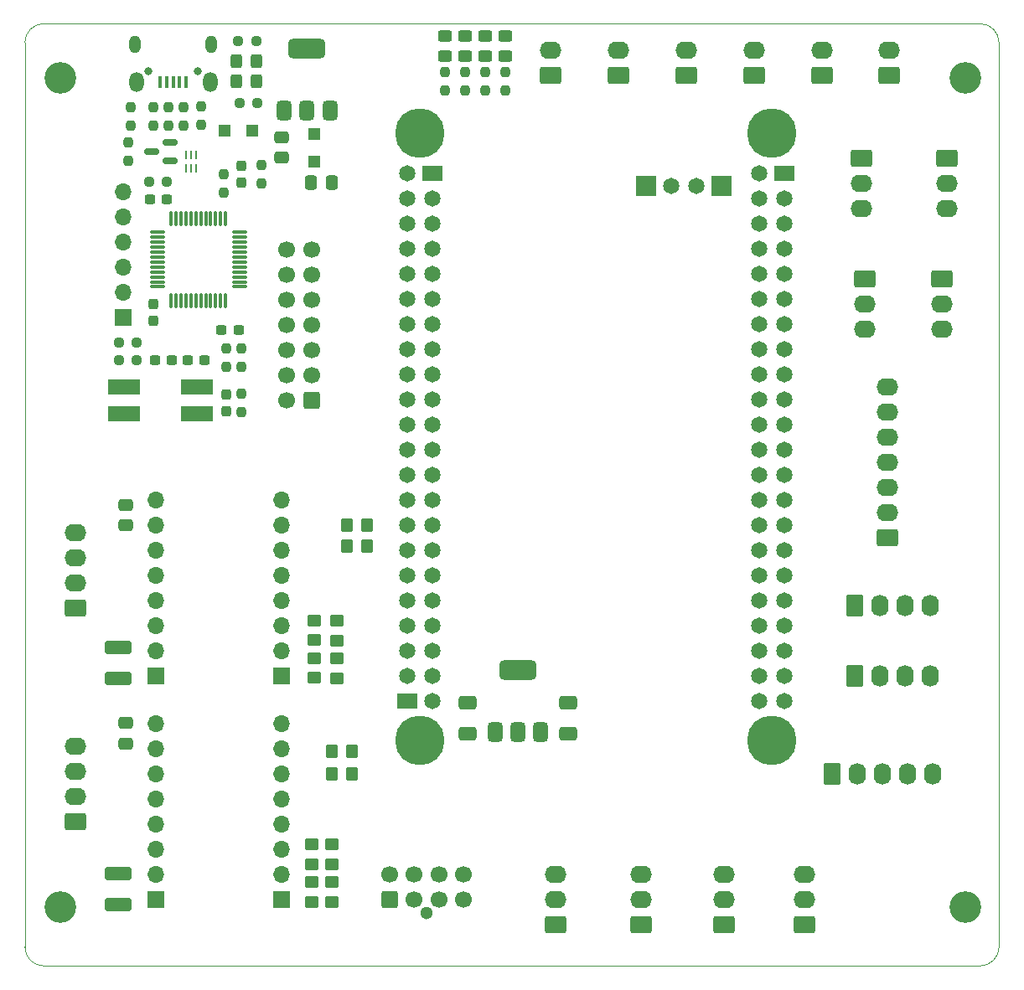
<source format=gbr>
%TF.GenerationSoftware,KiCad,Pcbnew,9.0.0*%
%TF.CreationDate,2025-05-01T09:51:47+02:00*%
%TF.ProjectId,Interco_weactH7,496e7465-7263-46f5-9f77-656163744837,rev?*%
%TF.SameCoordinates,Original*%
%TF.FileFunction,Soldermask,Top*%
%TF.FilePolarity,Negative*%
%FSLAX46Y46*%
G04 Gerber Fmt 4.6, Leading zero omitted, Abs format (unit mm)*
G04 Created by KiCad (PCBNEW 9.0.0) date 2025-05-01 09:51:47*
%MOMM*%
%LPD*%
G01*
G04 APERTURE LIST*
G04 Aperture macros list*
%AMRoundRect*
0 Rectangle with rounded corners*
0 $1 Rounding radius*
0 $2 $3 $4 $5 $6 $7 $8 $9 X,Y pos of 4 corners*
0 Add a 4 corners polygon primitive as box body*
4,1,4,$2,$3,$4,$5,$6,$7,$8,$9,$2,$3,0*
0 Add four circle primitives for the rounded corners*
1,1,$1+$1,$2,$3*
1,1,$1+$1,$4,$5*
1,1,$1+$1,$6,$7*
1,1,$1+$1,$8,$9*
0 Add four rect primitives between the rounded corners*
20,1,$1+$1,$2,$3,$4,$5,0*
20,1,$1+$1,$4,$5,$6,$7,0*
20,1,$1+$1,$6,$7,$8,$9,0*
20,1,$1+$1,$8,$9,$2,$3,0*%
G04 Aperture macros list end*
%ADD10RoundRect,0.250000X0.845000X-0.620000X0.845000X0.620000X-0.845000X0.620000X-0.845000X-0.620000X0*%
%ADD11O,2.190000X1.740000*%
%ADD12RoundRect,0.237500X-0.250000X-0.237500X0.250000X-0.237500X0.250000X0.237500X-0.250000X0.237500X0*%
%ADD13RoundRect,0.237500X0.250000X0.237500X-0.250000X0.237500X-0.250000X-0.237500X0.250000X-0.237500X0*%
%ADD14R,3.300000X1.540000*%
%ADD15RoundRect,0.250000X-0.620000X-0.845000X0.620000X-0.845000X0.620000X0.845000X-0.620000X0.845000X0*%
%ADD16O,1.740000X2.190000*%
%ADD17RoundRect,0.250000X0.450000X-0.350000X0.450000X0.350000X-0.450000X0.350000X-0.450000X-0.350000X0*%
%ADD18RoundRect,0.250000X0.475000X-0.337500X0.475000X0.337500X-0.475000X0.337500X-0.475000X-0.337500X0*%
%ADD19RoundRect,0.237500X0.237500X-0.250000X0.237500X0.250000X-0.237500X0.250000X-0.237500X-0.250000X0*%
%ADD20RoundRect,0.075000X0.075000X-0.662500X0.075000X0.662500X-0.075000X0.662500X-0.075000X-0.662500X0*%
%ADD21RoundRect,0.075000X0.662500X-0.075000X0.662500X0.075000X-0.662500X0.075000X-0.662500X-0.075000X0*%
%ADD22C,3.200000*%
%ADD23RoundRect,0.250000X0.350000X0.450000X-0.350000X0.450000X-0.350000X-0.450000X0.350000X-0.450000X0*%
%ADD24RoundRect,0.375000X0.375000X-0.625000X0.375000X0.625000X-0.375000X0.625000X-0.375000X-0.625000X0*%
%ADD25RoundRect,0.500000X1.400000X-0.500000X1.400000X0.500000X-1.400000X0.500000X-1.400000X-0.500000X0*%
%ADD26C,5.000000*%
%ADD27R,2.000000X2.000000*%
%ADD28C,1.650000*%
%ADD29R,2.000000X1.600000*%
%ADD30RoundRect,0.237500X-0.237500X0.300000X-0.237500X-0.300000X0.237500X-0.300000X0.237500X0.300000X0*%
%ADD31RoundRect,0.250000X-0.450000X0.325000X-0.450000X-0.325000X0.450000X-0.325000X0.450000X0.325000X0*%
%ADD32O,0.800000X0.800000*%
%ADD33R,0.450000X1.300000*%
%ADD34O,1.150000X1.800000*%
%ADD35O,1.450000X2.000000*%
%ADD36RoundRect,0.237500X-0.237500X0.250000X-0.237500X-0.250000X0.237500X-0.250000X0.237500X0.250000X0*%
%ADD37R,1.700000X1.700000*%
%ADD38O,1.700000X1.700000*%
%ADD39RoundRect,0.237500X0.237500X-0.300000X0.237500X0.300000X-0.237500X0.300000X-0.237500X-0.300000X0*%
%ADD40RoundRect,0.250000X-0.325000X-0.450000X0.325000X-0.450000X0.325000X0.450000X-0.325000X0.450000X0*%
%ADD41RoundRect,0.250000X1.100000X-0.412500X1.100000X0.412500X-1.100000X0.412500X-1.100000X-0.412500X0*%
%ADD42RoundRect,0.250000X0.650000X-0.412500X0.650000X0.412500X-0.650000X0.412500X-0.650000X-0.412500X0*%
%ADD43RoundRect,0.062500X0.062500X-0.350000X0.062500X0.350000X-0.062500X0.350000X-0.062500X-0.350000X0*%
%ADD44R,1.200000X1.200000*%
%ADD45RoundRect,0.250000X-0.845000X0.620000X-0.845000X-0.620000X0.845000X-0.620000X0.845000X0.620000X0*%
%ADD46RoundRect,0.250000X0.325000X0.450000X-0.325000X0.450000X-0.325000X-0.450000X0.325000X-0.450000X0*%
%ADD47C,1.300000*%
%ADD48RoundRect,0.250000X0.600000X-0.600000X0.600000X0.600000X-0.600000X0.600000X-0.600000X-0.600000X0*%
%ADD49C,1.700000*%
%ADD50RoundRect,0.237500X0.300000X0.237500X-0.300000X0.237500X-0.300000X-0.237500X0.300000X-0.237500X0*%
%ADD51RoundRect,0.250000X0.600000X0.600000X-0.600000X0.600000X-0.600000X-0.600000X0.600000X-0.600000X0*%
%ADD52RoundRect,0.237500X-0.300000X-0.237500X0.300000X-0.237500X0.300000X0.237500X-0.300000X0.237500X0*%
%ADD53RoundRect,0.250000X0.337500X0.475000X-0.337500X0.475000X-0.337500X-0.475000X0.337500X-0.475000X0*%
%ADD54RoundRect,0.150000X0.587500X0.150000X-0.587500X0.150000X-0.587500X-0.150000X0.587500X-0.150000X0*%
%ADD55RoundRect,0.250000X-0.475000X0.337500X-0.475000X-0.337500X0.475000X-0.337500X0.475000X0.337500X0*%
%TA.AperFunction,Profile*%
%ADD56C,0.100000*%
%TD*%
G04 APERTURE END LIST*
D10*
%TO.C,J112*%
X101112000Y-43942000D03*
D11*
X101112000Y-41402000D03*
%TD*%
D12*
%TO.C,R307*%
X46839500Y-54711161D03*
X48664500Y-54711161D03*
%TD*%
D13*
%TO.C,R316*%
X57808500Y-46736000D03*
X55983500Y-46736000D03*
%TD*%
D14*
%TO.C,Y301*%
X51706000Y-75489161D03*
X44306000Y-75489161D03*
X44306000Y-78129161D03*
X51706000Y-78129161D03*
%TD*%
D10*
%TO.C,J104*%
X87884000Y-129794000D03*
D11*
X87884000Y-127254000D03*
X87884000Y-124714000D03*
%TD*%
D15*
%TO.C,J109*%
X115824000Y-114554000D03*
D16*
X118364000Y-114554000D03*
X120904000Y-114554000D03*
X123444000Y-114554000D03*
X125984000Y-114554000D03*
%TD*%
D17*
%TO.C,R408*%
X65278000Y-127492000D03*
X65278000Y-125492000D03*
%TD*%
D18*
%TO.C,C404*%
X44450000Y-89451000D03*
X44450000Y-87376000D03*
%TD*%
D19*
%TO.C,R301*%
X47244000Y-49019661D03*
X47244000Y-47194661D03*
%TD*%
D20*
%TO.C,U303*%
X49066000Y-66747661D03*
X49566000Y-66747661D03*
X50066000Y-66747661D03*
X50566000Y-66747661D03*
X51066000Y-66747661D03*
X51566000Y-66747661D03*
X52066000Y-66747661D03*
X52566000Y-66747661D03*
X53066000Y-66747661D03*
X53566000Y-66747661D03*
X54066000Y-66747661D03*
X54566000Y-66747661D03*
D21*
X55978500Y-65335161D03*
X55978500Y-64835161D03*
X55978500Y-64335161D03*
X55978500Y-63835161D03*
X55978500Y-63335161D03*
X55978500Y-62835161D03*
X55978500Y-62335161D03*
X55978500Y-61835161D03*
X55978500Y-61335161D03*
X55978500Y-60835161D03*
X55978500Y-60335161D03*
X55978500Y-59835161D03*
D20*
X54566000Y-58422661D03*
X54066000Y-58422661D03*
X53566000Y-58422661D03*
X53066000Y-58422661D03*
X52566000Y-58422661D03*
X52066000Y-58422661D03*
X51566000Y-58422661D03*
X51066000Y-58422661D03*
X50566000Y-58422661D03*
X50066000Y-58422661D03*
X49566000Y-58422661D03*
X49066000Y-58422661D03*
D21*
X47653500Y-59835161D03*
X47653500Y-60335161D03*
X47653500Y-60835161D03*
X47653500Y-61335161D03*
X47653500Y-61835161D03*
X47653500Y-62335161D03*
X47653500Y-62835161D03*
X47653500Y-63335161D03*
X47653500Y-63835161D03*
X47653500Y-64335161D03*
X47653500Y-64835161D03*
X47653500Y-65335161D03*
%TD*%
D13*
%TO.C,R315*%
X45616500Y-70967161D03*
X43791500Y-70967161D03*
%TD*%
D22*
%TO.C,H101*%
X129286000Y-128016000D03*
%TD*%
D23*
%TO.C,R202*%
X68818000Y-89408000D03*
X66818000Y-89408000D03*
%TD*%
D24*
%TO.C,U302*%
X60503000Y-47522161D03*
X62803000Y-47522161D03*
D25*
X62803000Y-41222161D03*
D24*
X65103000Y-47522161D03*
%TD*%
D19*
%TO.C,R208*%
X80792649Y-45475463D03*
X80792649Y-43650463D03*
%TD*%
D26*
%TO.C,U201*%
X74168000Y-49828000D03*
X74168000Y-111208000D03*
X109728000Y-49828000D03*
X109728000Y-111208000D03*
D27*
X104648000Y-55118000D03*
D28*
X102108000Y-55118000D03*
X99568000Y-55118000D03*
D27*
X97028000Y-55118000D03*
D29*
X110998000Y-53848000D03*
D28*
X108458000Y-53848000D03*
X110998000Y-56388000D03*
X108458000Y-56388000D03*
X110998000Y-58928000D03*
X108458000Y-58928000D03*
X110998000Y-61468000D03*
X108458000Y-61468000D03*
X110998000Y-64008000D03*
X108458000Y-64008000D03*
X110998000Y-66548000D03*
X108458000Y-66548000D03*
X110998000Y-69088000D03*
X108458000Y-69088000D03*
X110998000Y-71628000D03*
X108458000Y-71628000D03*
X110998000Y-74168000D03*
X108458000Y-74168000D03*
X110998000Y-76708000D03*
X108458000Y-76708000D03*
X110998000Y-79248000D03*
X108458000Y-79248000D03*
X110998000Y-81788000D03*
X108458000Y-81788000D03*
X110998000Y-84328000D03*
X108458000Y-84328000D03*
X110998000Y-86868000D03*
X108458000Y-86868000D03*
X110998000Y-89408000D03*
X108458000Y-89408000D03*
X110998000Y-91948000D03*
X108458000Y-91948000D03*
X110998000Y-94488000D03*
X108458000Y-94488000D03*
X110998000Y-97028000D03*
X108458000Y-97028000D03*
X110998000Y-99568000D03*
X108458000Y-99568000D03*
X110998000Y-102108000D03*
X108458000Y-102108000D03*
X110998000Y-104648000D03*
X108458000Y-104648000D03*
X110998000Y-107188000D03*
X108458000Y-107188000D03*
D29*
X75438000Y-53848000D03*
D28*
X72898000Y-53848000D03*
X75438000Y-56388000D03*
X72898000Y-56388000D03*
X75438000Y-58928000D03*
X72898000Y-58928000D03*
X75438000Y-61468000D03*
X72898000Y-61468000D03*
X75438000Y-64008000D03*
X72898000Y-64008000D03*
X75438000Y-66548000D03*
X72898000Y-66548000D03*
X75438000Y-69088000D03*
X72898000Y-69088000D03*
X75438000Y-71628000D03*
X72898000Y-71628000D03*
X75438000Y-74168000D03*
X72898000Y-74168000D03*
X75438000Y-76708000D03*
X72898000Y-76708000D03*
X75438000Y-79248000D03*
X72898000Y-79248000D03*
X75438000Y-81788000D03*
X72898000Y-81788000D03*
X75438000Y-84328000D03*
X72898000Y-84328000D03*
X75438000Y-86868000D03*
X72898000Y-86868000D03*
X75438000Y-89408000D03*
X72898000Y-89408000D03*
X75438000Y-91948000D03*
X72898000Y-91948000D03*
X75438000Y-94488000D03*
X72898000Y-94488000D03*
X75438000Y-97028000D03*
X72898000Y-97028000D03*
X75438000Y-99568000D03*
X72898000Y-99568000D03*
X75438000Y-102108000D03*
X72898000Y-102108000D03*
X75438000Y-104648000D03*
X72898000Y-104648000D03*
X75438000Y-107188000D03*
D29*
X72898000Y-107188000D03*
%TD*%
D22*
%TO.C,H104*%
X37846000Y-128016000D03*
%TD*%
D10*
%TO.C,J115*%
X114808000Y-43942000D03*
D11*
X114808000Y-41402000D03*
%TD*%
D30*
%TO.C,C304*%
X47244000Y-67056661D03*
X47244000Y-68781661D03*
%TD*%
D31*
%TO.C,D203*%
X82804000Y-39988785D03*
X82804000Y-42038785D03*
%TD*%
D32*
%TO.C,J301*%
X51776000Y-43566161D03*
X46776000Y-43566161D03*
D33*
X50576000Y-44666161D03*
X49926000Y-44666161D03*
X49276000Y-44666161D03*
X48626000Y-44666161D03*
X47976000Y-44666161D03*
D34*
X53151000Y-40816161D03*
D35*
X53001000Y-44616161D03*
X45551000Y-44616161D03*
D34*
X45401000Y-40816161D03*
%TD*%
D31*
%TO.C,D201*%
X78740000Y-39988785D03*
X78740000Y-42038785D03*
%TD*%
D36*
%TO.C,R310*%
X54610000Y-71578661D03*
X54610000Y-73403661D03*
%TD*%
D37*
%TO.C,U401*%
X60198000Y-104633000D03*
D38*
X60198000Y-102093000D03*
X60198000Y-99553000D03*
X60198000Y-97013000D03*
X60198000Y-94473000D03*
X60198000Y-91933000D03*
X60198000Y-89393000D03*
X60198000Y-86853000D03*
X47498000Y-86853000D03*
X47498000Y-89393000D03*
X47498000Y-91933000D03*
X47498000Y-94473000D03*
X47498000Y-97013000D03*
X47498000Y-99553000D03*
X47498000Y-102093000D03*
D37*
X47498000Y-104633000D03*
%TD*%
D15*
%TO.C,J107*%
X118110000Y-104648000D03*
D16*
X120650000Y-104648000D03*
X123190000Y-104648000D03*
X125730000Y-104648000D03*
%TD*%
D39*
%TO.C,C306*%
X56134000Y-54811661D03*
X56134000Y-53086661D03*
%TD*%
D22*
%TO.C,H103*%
X37846000Y-44196000D03*
%TD*%
D40*
%TO.C,D305*%
X55617000Y-44551161D03*
X57667000Y-44551161D03*
%TD*%
D18*
%TO.C,C402*%
X44450000Y-111506000D03*
X44450000Y-109431000D03*
%TD*%
D31*
%TO.C,D204*%
X80792649Y-39988785D03*
X80792649Y-42038785D03*
%TD*%
D37*
%TO.C,J302*%
X44196000Y-68427161D03*
D38*
X44196000Y-65887161D03*
X44196000Y-63347161D03*
X44196000Y-60807161D03*
X44196000Y-58267161D03*
X44196000Y-55727161D03*
%TD*%
D41*
%TO.C,C403*%
X43688000Y-104940500D03*
X43688000Y-101815500D03*
%TD*%
D10*
%TO.C,J101*%
X113030000Y-129794000D03*
D11*
X113030000Y-127254000D03*
X113030000Y-124714000D03*
%TD*%
D13*
%TO.C,R314*%
X45616500Y-72745161D03*
X43791500Y-72745161D03*
%TD*%
D19*
%TO.C,R306*%
X44958000Y-49019661D03*
X44958000Y-47194661D03*
%TD*%
D42*
%TO.C,C101*%
X89154000Y-110528500D03*
X89154000Y-107403500D03*
%TD*%
D43*
%TO.C,U301*%
X50554000Y-53366661D03*
X51054000Y-53366661D03*
X51554000Y-53366661D03*
X51554000Y-51991661D03*
X51054000Y-51991661D03*
X50554000Y-51991661D03*
%TD*%
D36*
%TO.C,R308*%
X56134000Y-71578661D03*
X56134000Y-73403661D03*
%TD*%
%TO.C,R305*%
X52070000Y-47093500D03*
X52070000Y-48918500D03*
%TD*%
D17*
%TO.C,R402*%
X63500000Y-104870000D03*
X63500000Y-102870000D03*
%TD*%
D23*
%TO.C,R204*%
X67294000Y-112268000D03*
X65294000Y-112268000D03*
%TD*%
D44*
%TO.C,D302*%
X57280000Y-49530000D03*
X54480000Y-49530000D03*
%TD*%
D36*
%TO.C,R303*%
X50292000Y-47194661D03*
X50292000Y-49019661D03*
%TD*%
D45*
%TO.C,J111*%
X119126000Y-64516000D03*
D11*
X119126000Y-67056000D03*
X119126000Y-69596000D03*
%TD*%
D24*
%TO.C,U101*%
X81774000Y-110338000D03*
X84074000Y-110338000D03*
D25*
X84074000Y-104038000D03*
D24*
X86374000Y-110338000D03*
%TD*%
D22*
%TO.C,H102*%
X129286000Y-44196000D03*
%TD*%
D46*
%TO.C,D306*%
X57667000Y-42519161D03*
X55617000Y-42519161D03*
%TD*%
D23*
%TO.C,R203*%
X67294000Y-114554000D03*
X65294000Y-114554000D03*
%TD*%
D47*
%TO.C,J105*%
X74870000Y-128594000D03*
D48*
X71120000Y-127254000D03*
D49*
X73620000Y-127254000D03*
X76120000Y-127254000D03*
X78620000Y-127254000D03*
X71120000Y-124754000D03*
X73620000Y-124754000D03*
X76120000Y-124754000D03*
X78620000Y-124754000D03*
%TD*%
D50*
%TO.C,C307*%
X48614500Y-56489161D03*
X46889500Y-56489161D03*
%TD*%
D17*
%TO.C,R406*%
X65786000Y-104886000D03*
X65786000Y-102886000D03*
%TD*%
D10*
%TO.C,J120*%
X121646000Y-43942000D03*
D11*
X121646000Y-41402000D03*
%TD*%
D17*
%TO.C,R401*%
X63500000Y-101060000D03*
X63500000Y-99060000D03*
%TD*%
D50*
%TO.C,C303*%
X55880000Y-69697161D03*
X54155000Y-69697161D03*
%TD*%
D51*
%TO.C,J117*%
X63246000Y-76809161D03*
D49*
X60706000Y-76809161D03*
X63246000Y-74269161D03*
X60706000Y-74269161D03*
X63246000Y-71729161D03*
X60706000Y-71729161D03*
X63246000Y-69189161D03*
X60706000Y-69189161D03*
X63246000Y-66649161D03*
X60706000Y-66649161D03*
X63246000Y-64109161D03*
X60706000Y-64109161D03*
X63246000Y-61569161D03*
X60706000Y-61569161D03*
%TD*%
D19*
%TO.C,R313*%
X44704000Y-52575661D03*
X44704000Y-50750661D03*
%TD*%
%TO.C,R205*%
X78740000Y-45475463D03*
X78740000Y-43650463D03*
%TD*%
D50*
%TO.C,C309*%
X49122500Y-72745161D03*
X47397500Y-72745161D03*
%TD*%
D36*
%TO.C,R302*%
X48768000Y-47194661D03*
X48768000Y-49019661D03*
%TD*%
D52*
%TO.C,C308*%
X50699500Y-72745161D03*
X52424500Y-72745161D03*
%TD*%
D10*
%TO.C,J116*%
X87376000Y-43942000D03*
D11*
X87376000Y-41402000D03*
%TD*%
D45*
%TO.C,J110*%
X126976000Y-64516000D03*
D11*
X126976000Y-67056000D03*
X126976000Y-69596000D03*
%TD*%
D45*
%TO.C,J118*%
X118831365Y-52356297D03*
D11*
X118831365Y-54896297D03*
X118831365Y-57436297D03*
%TD*%
D15*
%TO.C,J108*%
X118110000Y-97536000D03*
D16*
X120650000Y-97536000D03*
X123190000Y-97536000D03*
X125730000Y-97536000D03*
%TD*%
D10*
%TO.C,J401*%
X39370000Y-97790000D03*
D11*
X39370000Y-95250000D03*
X39370000Y-92710000D03*
X39370000Y-90170000D03*
%TD*%
D23*
%TO.C,R201*%
X68818000Y-91506000D03*
X66818000Y-91506000D03*
%TD*%
D17*
%TO.C,R405*%
X65786000Y-101076000D03*
X65786000Y-99076000D03*
%TD*%
D10*
%TO.C,J103*%
X96520000Y-129794000D03*
D11*
X96520000Y-127254000D03*
X96520000Y-124714000D03*
%TD*%
D10*
%TO.C,J106*%
X121412000Y-90678000D03*
D11*
X121412000Y-88138000D03*
X121412000Y-85598000D03*
X121412000Y-83058000D03*
X121412000Y-80518000D03*
X121412000Y-77978000D03*
X121412000Y-75438000D03*
%TD*%
D36*
%TO.C,R309*%
X56134000Y-76150661D03*
X56134000Y-77975661D03*
%TD*%
D17*
%TO.C,R404*%
X63246000Y-127492000D03*
X63246000Y-125492000D03*
%TD*%
%TO.C,R403*%
X63246000Y-123682000D03*
X63246000Y-121682000D03*
%TD*%
D13*
%TO.C,R317*%
X57658000Y-40487161D03*
X55833000Y-40487161D03*
%TD*%
D45*
%TO.C,J119*%
X127467365Y-52356297D03*
D11*
X127467365Y-54896297D03*
X127467365Y-57436297D03*
%TD*%
D53*
%TO.C,C301*%
X65299500Y-54786161D03*
X63224500Y-54786161D03*
%TD*%
D10*
%TO.C,J102*%
X104902000Y-129794000D03*
D11*
X104902000Y-127254000D03*
X104902000Y-124714000D03*
%TD*%
D41*
%TO.C,C401*%
X43688000Y-127800500D03*
X43688000Y-124675500D03*
%TD*%
D39*
%TO.C,C305*%
X54610000Y-77925661D03*
X54610000Y-76200661D03*
%TD*%
D19*
%TO.C,R207*%
X82804000Y-45475463D03*
X82804000Y-43650463D03*
%TD*%
D42*
%TO.C,C108*%
X78994000Y-110528500D03*
X78994000Y-107403500D03*
%TD*%
D10*
%TO.C,J121*%
X107950000Y-43942000D03*
D11*
X107950000Y-41402000D03*
%TD*%
D19*
%TO.C,R312*%
X54356000Y-55776500D03*
X54356000Y-53951500D03*
%TD*%
D44*
%TO.C,D304*%
X63500000Y-52708000D03*
X63500000Y-49908000D03*
%TD*%
D19*
%TO.C,R206*%
X76708000Y-45475463D03*
X76708000Y-43650463D03*
%TD*%
D54*
%TO.C,Q301*%
X48943500Y-52613161D03*
X48943500Y-50713161D03*
X47068500Y-51663161D03*
%TD*%
D10*
%TO.C,J114*%
X94254000Y-43942000D03*
D11*
X94254000Y-41402000D03*
%TD*%
D10*
%TO.C,J402*%
X39370000Y-119380000D03*
D11*
X39370000Y-116840000D03*
X39370000Y-114300000D03*
X39370000Y-111760000D03*
%TD*%
D19*
%TO.C,R311*%
X58166000Y-54861661D03*
X58166000Y-53036661D03*
%TD*%
D37*
%TO.C,U402*%
X60198000Y-127254000D03*
D38*
X60198000Y-124714000D03*
X60198000Y-122174000D03*
X60198000Y-119634000D03*
X60198000Y-117094000D03*
X60198000Y-114554000D03*
X60198000Y-112014000D03*
X60198000Y-109474000D03*
X47498000Y-109474000D03*
X47498000Y-112014000D03*
X47498000Y-114554000D03*
X47498000Y-117094000D03*
X47498000Y-119634000D03*
X47498000Y-122174000D03*
X47498000Y-124714000D03*
D37*
X47498000Y-127254000D03*
%TD*%
D17*
%TO.C,R407*%
X65278000Y-123682000D03*
X65278000Y-121682000D03*
%TD*%
D55*
%TO.C,C302*%
X60263000Y-50192661D03*
X60263000Y-52267661D03*
%TD*%
D31*
%TO.C,D202*%
X76708000Y-39988785D03*
X76708000Y-42038785D03*
%TD*%
D56*
X36195000Y-133985000D02*
G75*
G02*
X34290000Y-132080000I0J1905000D01*
G01*
X34290000Y-40640000D02*
G75*
G02*
X36195000Y-38735000I1905000J0D01*
G01*
X130810000Y-133985000D02*
X36195000Y-133985000D01*
X132715000Y-40640000D02*
X132715000Y-132080000D01*
X132715000Y-132080000D02*
G75*
G02*
X130810000Y-133985000I-1905000J0D01*
G01*
X34290000Y-132080000D02*
X34290000Y-40640000D01*
X36195000Y-38735000D02*
X130810000Y-38735000D01*
X130810000Y-38735000D02*
G75*
G02*
X132715000Y-40640000I0J-1905000D01*
G01*
M02*

</source>
